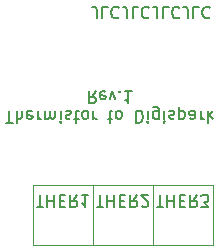
<source format=gbr>
%TF.GenerationSoftware,KiCad,Pcbnew,5.1.6+dfsg1-1*%
%TF.CreationDate,2020-09-13T10:33:18+10:00*%
%TF.ProjectId,thermistor-to-digispark,74686572-6d69-4737-946f-722d61646170,rev?*%
%TF.SameCoordinates,Original*%
%TF.FileFunction,Legend,Bot*%
%TF.FilePolarity,Positive*%
%FSLAX46Y46*%
G04 Gerber Fmt 4.6, Leading zero omitted, Abs format (unit mm)*
G04 Created by KiCad (PCBNEW 5.1.6+dfsg1-1) date 2020-09-13 10:33:18*
%MOMM*%
%LPD*%
G01*
G04 APERTURE LIST*
%ADD10C,0.150000*%
%ADD11C,0.120000*%
G04 APERTURE END LIST*
D10*
X124714285Y-101372619D02*
X125285714Y-101372619D01*
X125000000Y-100372619D02*
X125000000Y-101372619D01*
X125619047Y-100372619D02*
X125619047Y-101372619D01*
X126047619Y-100372619D02*
X126047619Y-100896428D01*
X126000000Y-100991666D01*
X125904761Y-101039285D01*
X125761904Y-101039285D01*
X125666666Y-100991666D01*
X125619047Y-100944047D01*
X126904761Y-100420238D02*
X126809523Y-100372619D01*
X126619047Y-100372619D01*
X126523809Y-100420238D01*
X126476190Y-100515476D01*
X126476190Y-100896428D01*
X126523809Y-100991666D01*
X126619047Y-101039285D01*
X126809523Y-101039285D01*
X126904761Y-100991666D01*
X126952380Y-100896428D01*
X126952380Y-100801190D01*
X126476190Y-100705952D01*
X127380952Y-100372619D02*
X127380952Y-101039285D01*
X127380952Y-100848809D02*
X127428571Y-100944047D01*
X127476190Y-100991666D01*
X127571428Y-101039285D01*
X127666666Y-101039285D01*
X128000000Y-100372619D02*
X128000000Y-101039285D01*
X128000000Y-100944047D02*
X128047619Y-100991666D01*
X128142857Y-101039285D01*
X128285714Y-101039285D01*
X128380952Y-100991666D01*
X128428571Y-100896428D01*
X128428571Y-100372619D01*
X128428571Y-100896428D02*
X128476190Y-100991666D01*
X128571428Y-101039285D01*
X128714285Y-101039285D01*
X128809523Y-100991666D01*
X128857142Y-100896428D01*
X128857142Y-100372619D01*
X129333333Y-100372619D02*
X129333333Y-101039285D01*
X129333333Y-101372619D02*
X129285714Y-101325000D01*
X129333333Y-101277380D01*
X129380952Y-101325000D01*
X129333333Y-101372619D01*
X129333333Y-101277380D01*
X129761904Y-100420238D02*
X129857142Y-100372619D01*
X130047619Y-100372619D01*
X130142857Y-100420238D01*
X130190476Y-100515476D01*
X130190476Y-100563095D01*
X130142857Y-100658333D01*
X130047619Y-100705952D01*
X129904761Y-100705952D01*
X129809523Y-100753571D01*
X129761904Y-100848809D01*
X129761904Y-100896428D01*
X129809523Y-100991666D01*
X129904761Y-101039285D01*
X130047619Y-101039285D01*
X130142857Y-100991666D01*
X130476190Y-101039285D02*
X130857142Y-101039285D01*
X130619047Y-101372619D02*
X130619047Y-100515476D01*
X130666666Y-100420238D01*
X130761904Y-100372619D01*
X130857142Y-100372619D01*
X131333333Y-100372619D02*
X131238095Y-100420238D01*
X131190476Y-100467857D01*
X131142857Y-100563095D01*
X131142857Y-100848809D01*
X131190476Y-100944047D01*
X131238095Y-100991666D01*
X131333333Y-101039285D01*
X131476190Y-101039285D01*
X131571428Y-100991666D01*
X131619047Y-100944047D01*
X131666666Y-100848809D01*
X131666666Y-100563095D01*
X131619047Y-100467857D01*
X131571428Y-100420238D01*
X131476190Y-100372619D01*
X131333333Y-100372619D01*
X132095238Y-100372619D02*
X132095238Y-101039285D01*
X132095238Y-100848809D02*
X132142857Y-100944047D01*
X132190476Y-100991666D01*
X132285714Y-101039285D01*
X132380952Y-101039285D01*
X133333333Y-101039285D02*
X133714285Y-101039285D01*
X133476190Y-101372619D02*
X133476190Y-100515476D01*
X133523809Y-100420238D01*
X133619047Y-100372619D01*
X133714285Y-100372619D01*
X134190476Y-100372619D02*
X134095238Y-100420238D01*
X134047619Y-100467857D01*
X134000000Y-100563095D01*
X134000000Y-100848809D01*
X134047619Y-100944047D01*
X134095238Y-100991666D01*
X134190476Y-101039285D01*
X134333333Y-101039285D01*
X134428571Y-100991666D01*
X134476190Y-100944047D01*
X134523809Y-100848809D01*
X134523809Y-100563095D01*
X134476190Y-100467857D01*
X134428571Y-100420238D01*
X134333333Y-100372619D01*
X134190476Y-100372619D01*
X135714285Y-100372619D02*
X135714285Y-101372619D01*
X135952380Y-101372619D01*
X136095238Y-101325000D01*
X136190476Y-101229761D01*
X136238095Y-101134523D01*
X136285714Y-100944047D01*
X136285714Y-100801190D01*
X136238095Y-100610714D01*
X136190476Y-100515476D01*
X136095238Y-100420238D01*
X135952380Y-100372619D01*
X135714285Y-100372619D01*
X136714285Y-100372619D02*
X136714285Y-101039285D01*
X136714285Y-101372619D02*
X136666666Y-101325000D01*
X136714285Y-101277380D01*
X136761904Y-101325000D01*
X136714285Y-101372619D01*
X136714285Y-101277380D01*
X137619047Y-101039285D02*
X137619047Y-100229761D01*
X137571428Y-100134523D01*
X137523809Y-100086904D01*
X137428571Y-100039285D01*
X137285714Y-100039285D01*
X137190476Y-100086904D01*
X137619047Y-100420238D02*
X137523809Y-100372619D01*
X137333333Y-100372619D01*
X137238095Y-100420238D01*
X137190476Y-100467857D01*
X137142857Y-100563095D01*
X137142857Y-100848809D01*
X137190476Y-100944047D01*
X137238095Y-100991666D01*
X137333333Y-101039285D01*
X137523809Y-101039285D01*
X137619047Y-100991666D01*
X138095238Y-100372619D02*
X138095238Y-101039285D01*
X138095238Y-101372619D02*
X138047619Y-101325000D01*
X138095238Y-101277380D01*
X138142857Y-101325000D01*
X138095238Y-101372619D01*
X138095238Y-101277380D01*
X138523809Y-100420238D02*
X138619047Y-100372619D01*
X138809523Y-100372619D01*
X138904761Y-100420238D01*
X138952380Y-100515476D01*
X138952380Y-100563095D01*
X138904761Y-100658333D01*
X138809523Y-100705952D01*
X138666666Y-100705952D01*
X138571428Y-100753571D01*
X138523809Y-100848809D01*
X138523809Y-100896428D01*
X138571428Y-100991666D01*
X138666666Y-101039285D01*
X138809523Y-101039285D01*
X138904761Y-100991666D01*
X139380952Y-101039285D02*
X139380952Y-100039285D01*
X139380952Y-100991666D02*
X139476190Y-101039285D01*
X139666666Y-101039285D01*
X139761904Y-100991666D01*
X139809523Y-100944047D01*
X139857142Y-100848809D01*
X139857142Y-100563095D01*
X139809523Y-100467857D01*
X139761904Y-100420238D01*
X139666666Y-100372619D01*
X139476190Y-100372619D01*
X139380952Y-100420238D01*
X140714285Y-100372619D02*
X140714285Y-100896428D01*
X140666666Y-100991666D01*
X140571428Y-101039285D01*
X140380952Y-101039285D01*
X140285714Y-100991666D01*
X140714285Y-100420238D02*
X140619047Y-100372619D01*
X140380952Y-100372619D01*
X140285714Y-100420238D01*
X140238095Y-100515476D01*
X140238095Y-100610714D01*
X140285714Y-100705952D01*
X140380952Y-100753571D01*
X140619047Y-100753571D01*
X140714285Y-100801190D01*
X141190476Y-100372619D02*
X141190476Y-101039285D01*
X141190476Y-100848809D02*
X141238095Y-100944047D01*
X141285714Y-100991666D01*
X141380952Y-101039285D01*
X141476190Y-101039285D01*
X141809523Y-100372619D02*
X141809523Y-101372619D01*
X141904761Y-100753571D02*
X142190476Y-100372619D01*
X142190476Y-101039285D02*
X141809523Y-100658333D01*
X132285714Y-98722619D02*
X131952380Y-99198809D01*
X131714285Y-98722619D02*
X131714285Y-99722619D01*
X132095238Y-99722619D01*
X132190476Y-99675000D01*
X132238095Y-99627380D01*
X132285714Y-99532142D01*
X132285714Y-99389285D01*
X132238095Y-99294047D01*
X132190476Y-99246428D01*
X132095238Y-99198809D01*
X131714285Y-99198809D01*
X133095238Y-98770238D02*
X133000000Y-98722619D01*
X132809523Y-98722619D01*
X132714285Y-98770238D01*
X132666666Y-98865476D01*
X132666666Y-99246428D01*
X132714285Y-99341666D01*
X132809523Y-99389285D01*
X133000000Y-99389285D01*
X133095238Y-99341666D01*
X133142857Y-99246428D01*
X133142857Y-99151190D01*
X132666666Y-99055952D01*
X133476190Y-99389285D02*
X133714285Y-98722619D01*
X133952380Y-99389285D01*
X134333333Y-98817857D02*
X134380952Y-98770238D01*
X134333333Y-98722619D01*
X134285714Y-98770238D01*
X134333333Y-98817857D01*
X134333333Y-98722619D01*
X135333333Y-98722619D02*
X134761904Y-98722619D01*
X135047619Y-98722619D02*
X135047619Y-99722619D01*
X134952380Y-99579761D01*
X134857142Y-99484523D01*
X134761904Y-99436904D01*
X132380952Y-92547619D02*
X132380952Y-91833333D01*
X132333333Y-91690476D01*
X132238095Y-91595238D01*
X132095238Y-91547619D01*
X132000000Y-91547619D01*
X133333333Y-91547619D02*
X132857142Y-91547619D01*
X132857142Y-92547619D01*
X134238095Y-91642857D02*
X134190476Y-91595238D01*
X134047619Y-91547619D01*
X133952380Y-91547619D01*
X133809523Y-91595238D01*
X133714285Y-91690476D01*
X133666666Y-91785714D01*
X133619047Y-91976190D01*
X133619047Y-92119047D01*
X133666666Y-92309523D01*
X133714285Y-92404761D01*
X133809523Y-92500000D01*
X133952380Y-92547619D01*
X134047619Y-92547619D01*
X134190476Y-92500000D01*
X134238095Y-92452380D01*
X134952380Y-92547619D02*
X134952380Y-91833333D01*
X134904761Y-91690476D01*
X134809523Y-91595238D01*
X134666666Y-91547619D01*
X134571428Y-91547619D01*
X135904761Y-91547619D02*
X135428571Y-91547619D01*
X135428571Y-92547619D01*
X136809523Y-91642857D02*
X136761904Y-91595238D01*
X136619047Y-91547619D01*
X136523809Y-91547619D01*
X136380952Y-91595238D01*
X136285714Y-91690476D01*
X136238095Y-91785714D01*
X136190476Y-91976190D01*
X136190476Y-92119047D01*
X136238095Y-92309523D01*
X136285714Y-92404761D01*
X136380952Y-92500000D01*
X136523809Y-92547619D01*
X136619047Y-92547619D01*
X136761904Y-92500000D01*
X136809523Y-92452380D01*
X137523809Y-92547619D02*
X137523809Y-91833333D01*
X137476190Y-91690476D01*
X137380952Y-91595238D01*
X137238095Y-91547619D01*
X137142857Y-91547619D01*
X138476190Y-91547619D02*
X138000000Y-91547619D01*
X138000000Y-92547619D01*
X139380952Y-91642857D02*
X139333333Y-91595238D01*
X139190476Y-91547619D01*
X139095238Y-91547619D01*
X138952380Y-91595238D01*
X138857142Y-91690476D01*
X138809523Y-91785714D01*
X138761904Y-91976190D01*
X138761904Y-92119047D01*
X138809523Y-92309523D01*
X138857142Y-92404761D01*
X138952380Y-92500000D01*
X139095238Y-92547619D01*
X139190476Y-92547619D01*
X139333333Y-92500000D01*
X139380952Y-92452380D01*
X140095238Y-92547619D02*
X140095238Y-91833333D01*
X140047619Y-91690476D01*
X139952380Y-91595238D01*
X139809523Y-91547619D01*
X139714285Y-91547619D01*
X141047619Y-91547619D02*
X140571428Y-91547619D01*
X140571428Y-92547619D01*
X141952380Y-91642857D02*
X141904761Y-91595238D01*
X141761904Y-91547619D01*
X141666666Y-91547619D01*
X141523809Y-91595238D01*
X141428571Y-91690476D01*
X141380952Y-91785714D01*
X141333333Y-91976190D01*
X141333333Y-92119047D01*
X141380952Y-92309523D01*
X141428571Y-92404761D01*
X141523809Y-92500000D01*
X141666666Y-92547619D01*
X141761904Y-92547619D01*
X141904761Y-92500000D01*
X141952380Y-92452380D01*
D11*
X142240000Y-106680000D02*
X137160000Y-106680000D01*
X142240000Y-111760000D02*
X142240000Y-106680000D01*
X137160000Y-111760000D02*
X142240000Y-111760000D01*
X137160000Y-106680000D02*
X132080000Y-106680000D01*
X137160000Y-111760000D02*
X137160000Y-106680000D01*
X132080000Y-111760000D02*
X137160000Y-111760000D01*
X132080000Y-111760000D02*
X132080000Y-106680000D01*
X127000000Y-111760000D02*
X132080000Y-111760000D01*
X127000000Y-106680000D02*
X127000000Y-111760000D01*
X132080000Y-106680000D02*
X127000000Y-106680000D01*
D10*
X137461904Y-108497619D02*
X138033333Y-108497619D01*
X137747619Y-107497619D02*
X137747619Y-108497619D01*
X138366666Y-107497619D02*
X138366666Y-108497619D01*
X138366666Y-108021428D02*
X138938095Y-108021428D01*
X138938095Y-107497619D02*
X138938095Y-108497619D01*
X139414285Y-108021428D02*
X139747619Y-108021428D01*
X139890476Y-107497619D02*
X139414285Y-107497619D01*
X139414285Y-108497619D01*
X139890476Y-108497619D01*
X140890476Y-107497619D02*
X140557142Y-107973809D01*
X140319047Y-107497619D02*
X140319047Y-108497619D01*
X140700000Y-108497619D01*
X140795238Y-108450000D01*
X140842857Y-108402380D01*
X140890476Y-108307142D01*
X140890476Y-108164285D01*
X140842857Y-108069047D01*
X140795238Y-108021428D01*
X140700000Y-107973809D01*
X140319047Y-107973809D01*
X141223809Y-108497619D02*
X141842857Y-108497619D01*
X141509523Y-108116666D01*
X141652380Y-108116666D01*
X141747619Y-108069047D01*
X141795238Y-108021428D01*
X141842857Y-107926190D01*
X141842857Y-107688095D01*
X141795238Y-107592857D01*
X141747619Y-107545238D01*
X141652380Y-107497619D01*
X141366666Y-107497619D01*
X141271428Y-107545238D01*
X141223809Y-107592857D01*
X132381904Y-108497619D02*
X132953333Y-108497619D01*
X132667619Y-107497619D02*
X132667619Y-108497619D01*
X133286666Y-107497619D02*
X133286666Y-108497619D01*
X133286666Y-108021428D02*
X133858095Y-108021428D01*
X133858095Y-107497619D02*
X133858095Y-108497619D01*
X134334285Y-108021428D02*
X134667619Y-108021428D01*
X134810476Y-107497619D02*
X134334285Y-107497619D01*
X134334285Y-108497619D01*
X134810476Y-108497619D01*
X135810476Y-107497619D02*
X135477142Y-107973809D01*
X135239047Y-107497619D02*
X135239047Y-108497619D01*
X135620000Y-108497619D01*
X135715238Y-108450000D01*
X135762857Y-108402380D01*
X135810476Y-108307142D01*
X135810476Y-108164285D01*
X135762857Y-108069047D01*
X135715238Y-108021428D01*
X135620000Y-107973809D01*
X135239047Y-107973809D01*
X136191428Y-108402380D02*
X136239047Y-108450000D01*
X136334285Y-108497619D01*
X136572380Y-108497619D01*
X136667619Y-108450000D01*
X136715238Y-108402380D01*
X136762857Y-108307142D01*
X136762857Y-108211904D01*
X136715238Y-108069047D01*
X136143809Y-107497619D01*
X136762857Y-107497619D01*
X127301904Y-108497619D02*
X127873333Y-108497619D01*
X127587619Y-107497619D02*
X127587619Y-108497619D01*
X128206666Y-107497619D02*
X128206666Y-108497619D01*
X128206666Y-108021428D02*
X128778095Y-108021428D01*
X128778095Y-107497619D02*
X128778095Y-108497619D01*
X129254285Y-108021428D02*
X129587619Y-108021428D01*
X129730476Y-107497619D02*
X129254285Y-107497619D01*
X129254285Y-108497619D01*
X129730476Y-108497619D01*
X130730476Y-107497619D02*
X130397142Y-107973809D01*
X130159047Y-107497619D02*
X130159047Y-108497619D01*
X130540000Y-108497619D01*
X130635238Y-108450000D01*
X130682857Y-108402380D01*
X130730476Y-108307142D01*
X130730476Y-108164285D01*
X130682857Y-108069047D01*
X130635238Y-108021428D01*
X130540000Y-107973809D01*
X130159047Y-107973809D01*
X131682857Y-107497619D02*
X131111428Y-107497619D01*
X131397142Y-107497619D02*
X131397142Y-108497619D01*
X131301904Y-108354761D01*
X131206666Y-108259523D01*
X131111428Y-108211904D01*
M02*

</source>
